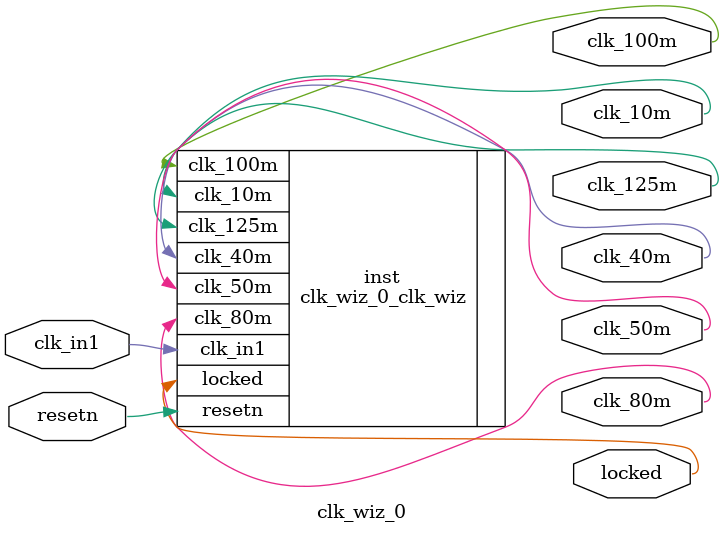
<source format=v>


`timescale 1ps/1ps

(* CORE_GENERATION_INFO = "clk_wiz_0,clk_wiz_v6_0_2_0_0,{component_name=clk_wiz_0,use_phase_alignment=true,use_min_o_jitter=false,use_max_i_jitter=false,use_dyn_phase_shift=false,use_inclk_switchover=false,use_dyn_reconfig=false,enable_axi=0,feedback_source=FDBK_AUTO,PRIMITIVE=MMCM,num_out_clk=6,clkin1_period=20.000,clkin2_period=10.0,use_power_down=false,use_reset=true,use_locked=true,use_inclk_stopped=false,feedback_type=SINGLE,CLOCK_MGR_TYPE=NA,manual_override=false}" *)

module clk_wiz_0 
 (
  // Clock out ports
  output        clk_40m,
  output        clk_50m,
  output        clk_80m,
  output        clk_125m,
  output        clk_10m,
  output        clk_100m,
  // Status and control signals
  input         resetn,
  output        locked,
 // Clock in ports
  input         clk_in1
 );

  clk_wiz_0_clk_wiz inst
  (
  // Clock out ports  
  .clk_40m(clk_40m),
  .clk_50m(clk_50m),
  .clk_80m(clk_80m),
  .clk_125m(clk_125m),
  .clk_10m(clk_10m),
  .clk_100m(clk_100m),
  // Status and control signals               
  .resetn(resetn), 
  .locked(locked),
 // Clock in ports
  .clk_in1(clk_in1)
  );

endmodule

</source>
